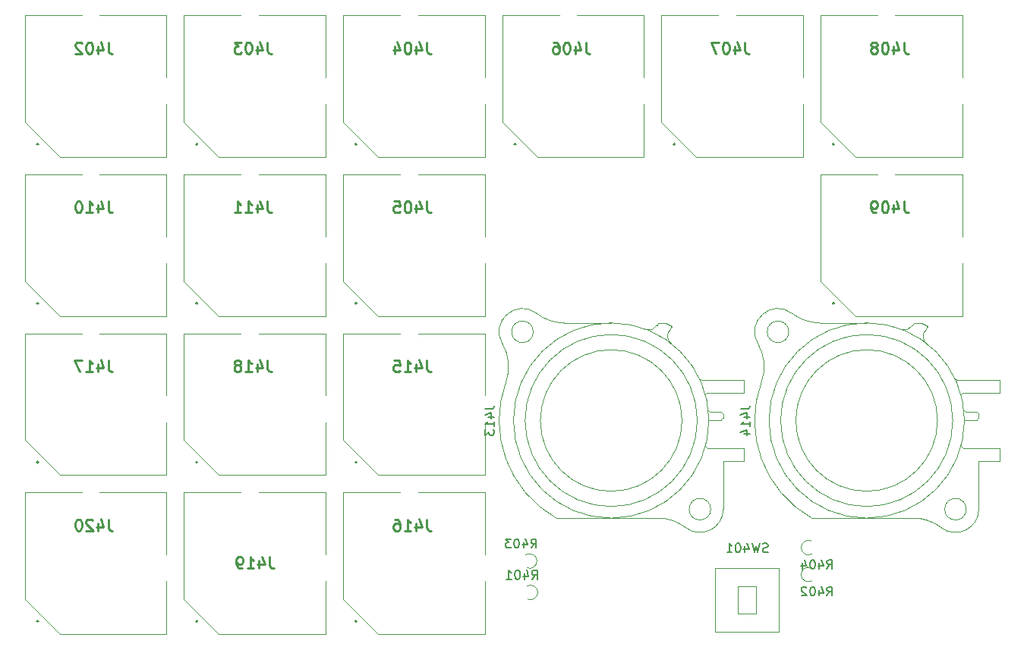
<source format=gbr>
%TF.GenerationSoftware,KiCad,Pcbnew,(6.0.6)*%
%TF.CreationDate,2022-09-20T12:49:51+02:00*%
%TF.ProjectId,Ausgangsstufe,41757367-616e-4677-9373-747566652e6b,rev?*%
%TF.SameCoordinates,Original*%
%TF.FileFunction,Legend,Bot*%
%TF.FilePolarity,Positive*%
%FSLAX46Y46*%
G04 Gerber Fmt 4.6, Leading zero omitted, Abs format (unit mm)*
G04 Created by KiCad (PCBNEW (6.0.6)) date 2022-09-20 12:49:51*
%MOMM*%
%LPD*%
G01*
G04 APERTURE LIST*
%ADD10C,0.150000*%
%ADD11C,0.254000*%
%ADD12C,0.120000*%
%ADD13C,0.100000*%
%ADD14C,0.200000*%
G04 APERTURE END LIST*
D10*
%TO.C,R404*%
X210807547Y-82872380D02*
X211140880Y-82396190D01*
X211378976Y-82872380D02*
X211378976Y-81872380D01*
X210998023Y-81872380D01*
X210902785Y-81920000D01*
X210855166Y-81967619D01*
X210807547Y-82062857D01*
X210807547Y-82205714D01*
X210855166Y-82300952D01*
X210902785Y-82348571D01*
X210998023Y-82396190D01*
X211378976Y-82396190D01*
X209950404Y-82205714D02*
X209950404Y-82872380D01*
X210188500Y-81824761D02*
X210426595Y-82539047D01*
X209807547Y-82539047D01*
X209236119Y-81872380D02*
X209140880Y-81872380D01*
X209045642Y-81920000D01*
X208998023Y-81967619D01*
X208950404Y-82062857D01*
X208902785Y-82253333D01*
X208902785Y-82491428D01*
X208950404Y-82681904D01*
X208998023Y-82777142D01*
X209045642Y-82824761D01*
X209140880Y-82872380D01*
X209236119Y-82872380D01*
X209331357Y-82824761D01*
X209378976Y-82777142D01*
X209426595Y-82681904D01*
X209474214Y-82491428D01*
X209474214Y-82253333D01*
X209426595Y-82062857D01*
X209378976Y-81967619D01*
X209331357Y-81920000D01*
X209236119Y-81872380D01*
X208045642Y-82205714D02*
X208045642Y-82872380D01*
X208283738Y-81824761D02*
X208521833Y-82539047D01*
X207902785Y-82539047D01*
%TO.C,R403*%
X177812547Y-80532380D02*
X178145880Y-80056190D01*
X178383976Y-80532380D02*
X178383976Y-79532380D01*
X178003023Y-79532380D01*
X177907785Y-79580000D01*
X177860166Y-79627619D01*
X177812547Y-79722857D01*
X177812547Y-79865714D01*
X177860166Y-79960952D01*
X177907785Y-80008571D01*
X178003023Y-80056190D01*
X178383976Y-80056190D01*
X176955404Y-79865714D02*
X176955404Y-80532380D01*
X177193500Y-79484761D02*
X177431595Y-80199047D01*
X176812547Y-80199047D01*
X176241119Y-79532380D02*
X176145880Y-79532380D01*
X176050642Y-79580000D01*
X176003023Y-79627619D01*
X175955404Y-79722857D01*
X175907785Y-79913333D01*
X175907785Y-80151428D01*
X175955404Y-80341904D01*
X176003023Y-80437142D01*
X176050642Y-80484761D01*
X176145880Y-80532380D01*
X176241119Y-80532380D01*
X176336357Y-80484761D01*
X176383976Y-80437142D01*
X176431595Y-80341904D01*
X176479214Y-80151428D01*
X176479214Y-79913333D01*
X176431595Y-79722857D01*
X176383976Y-79627619D01*
X176336357Y-79580000D01*
X176241119Y-79532380D01*
X175574452Y-79532380D02*
X174955404Y-79532380D01*
X175288738Y-79913333D01*
X175145880Y-79913333D01*
X175050642Y-79960952D01*
X175003023Y-80008571D01*
X174955404Y-80103809D01*
X174955404Y-80341904D01*
X175003023Y-80437142D01*
X175050642Y-80484761D01*
X175145880Y-80532380D01*
X175431595Y-80532380D01*
X175526833Y-80484761D01*
X175574452Y-80437142D01*
%TO.C,R402*%
X210807547Y-85872380D02*
X211140880Y-85396190D01*
X211378976Y-85872380D02*
X211378976Y-84872380D01*
X210998023Y-84872380D01*
X210902785Y-84920000D01*
X210855166Y-84967619D01*
X210807547Y-85062857D01*
X210807547Y-85205714D01*
X210855166Y-85300952D01*
X210902785Y-85348571D01*
X210998023Y-85396190D01*
X211378976Y-85396190D01*
X209950404Y-85205714D02*
X209950404Y-85872380D01*
X210188500Y-84824761D02*
X210426595Y-85539047D01*
X209807547Y-85539047D01*
X209236119Y-84872380D02*
X209140880Y-84872380D01*
X209045642Y-84920000D01*
X208998023Y-84967619D01*
X208950404Y-85062857D01*
X208902785Y-85253333D01*
X208902785Y-85491428D01*
X208950404Y-85681904D01*
X208998023Y-85777142D01*
X209045642Y-85824761D01*
X209140880Y-85872380D01*
X209236119Y-85872380D01*
X209331357Y-85824761D01*
X209378976Y-85777142D01*
X209426595Y-85681904D01*
X209474214Y-85491428D01*
X209474214Y-85253333D01*
X209426595Y-85062857D01*
X209378976Y-84967619D01*
X209331357Y-84920000D01*
X209236119Y-84872380D01*
X208521833Y-84967619D02*
X208474214Y-84920000D01*
X208378976Y-84872380D01*
X208140880Y-84872380D01*
X208045642Y-84920000D01*
X207998023Y-84967619D01*
X207950404Y-85062857D01*
X207950404Y-85158095D01*
X207998023Y-85300952D01*
X208569452Y-85872380D01*
X207950404Y-85872380D01*
%TO.C,R401*%
X177907547Y-84032380D02*
X178240880Y-83556190D01*
X178478976Y-84032380D02*
X178478976Y-83032380D01*
X178098023Y-83032380D01*
X178002785Y-83080000D01*
X177955166Y-83127619D01*
X177907547Y-83222857D01*
X177907547Y-83365714D01*
X177955166Y-83460952D01*
X178002785Y-83508571D01*
X178098023Y-83556190D01*
X178478976Y-83556190D01*
X177050404Y-83365714D02*
X177050404Y-84032380D01*
X177288500Y-82984761D02*
X177526595Y-83699047D01*
X176907547Y-83699047D01*
X176336119Y-83032380D02*
X176240880Y-83032380D01*
X176145642Y-83080000D01*
X176098023Y-83127619D01*
X176050404Y-83222857D01*
X176002785Y-83413333D01*
X176002785Y-83651428D01*
X176050404Y-83841904D01*
X176098023Y-83937142D01*
X176145642Y-83984761D01*
X176240880Y-84032380D01*
X176336119Y-84032380D01*
X176431357Y-83984761D01*
X176478976Y-83937142D01*
X176526595Y-83841904D01*
X176574214Y-83651428D01*
X176574214Y-83413333D01*
X176526595Y-83222857D01*
X176478976Y-83127619D01*
X176431357Y-83080000D01*
X176336119Y-83032380D01*
X175050404Y-84032380D02*
X175621833Y-84032380D01*
X175336119Y-84032380D02*
X175336119Y-83032380D01*
X175431357Y-83175238D01*
X175526595Y-83270476D01*
X175621833Y-83318095D01*
%TO.C,J414*%
X201190880Y-65024285D02*
X201905166Y-65024285D01*
X202048023Y-64976666D01*
X202143261Y-64881428D01*
X202190880Y-64738571D01*
X202190880Y-64643333D01*
X201524214Y-65929047D02*
X202190880Y-65929047D01*
X201143261Y-65690952D02*
X201857547Y-65452857D01*
X201857547Y-66071904D01*
X202190880Y-66976666D02*
X202190880Y-66405238D01*
X202190880Y-66690952D02*
X201190880Y-66690952D01*
X201333738Y-66595714D01*
X201428976Y-66500476D01*
X201476595Y-66405238D01*
X201524214Y-67833809D02*
X202190880Y-67833809D01*
X201143261Y-67595714D02*
X201857547Y-67357619D01*
X201857547Y-67976666D01*
D11*
%TO.C,J420*%
X130646357Y-77334523D02*
X130646357Y-78241666D01*
X130706833Y-78423095D01*
X130827785Y-78544047D01*
X131009214Y-78604523D01*
X131130166Y-78604523D01*
X129497309Y-77757857D02*
X129497309Y-78604523D01*
X129799690Y-77274047D02*
X130102071Y-78181190D01*
X129315880Y-78181190D01*
X128892547Y-77455476D02*
X128832071Y-77395000D01*
X128711119Y-77334523D01*
X128408738Y-77334523D01*
X128287785Y-77395000D01*
X128227309Y-77455476D01*
X128166833Y-77576428D01*
X128166833Y-77697380D01*
X128227309Y-77878809D01*
X128953023Y-78604523D01*
X128166833Y-78604523D01*
X127380642Y-77334523D02*
X127259690Y-77334523D01*
X127138738Y-77395000D01*
X127078261Y-77455476D01*
X127017785Y-77576428D01*
X126957309Y-77818333D01*
X126957309Y-78120714D01*
X127017785Y-78362619D01*
X127078261Y-78483571D01*
X127138738Y-78544047D01*
X127259690Y-78604523D01*
X127380642Y-78604523D01*
X127501595Y-78544047D01*
X127562071Y-78483571D01*
X127622547Y-78362619D01*
X127683023Y-78120714D01*
X127683023Y-77818333D01*
X127622547Y-77576428D01*
X127562071Y-77455476D01*
X127501595Y-77395000D01*
X127380642Y-77334523D01*
%TO.C,J405*%
X166146357Y-41834523D02*
X166146357Y-42741666D01*
X166206833Y-42923095D01*
X166327785Y-43044047D01*
X166509214Y-43104523D01*
X166630166Y-43104523D01*
X164997309Y-42257857D02*
X164997309Y-43104523D01*
X165299690Y-41774047D02*
X165602071Y-42681190D01*
X164815880Y-42681190D01*
X164090166Y-41834523D02*
X163969214Y-41834523D01*
X163848261Y-41895000D01*
X163787785Y-41955476D01*
X163727309Y-42076428D01*
X163666833Y-42318333D01*
X163666833Y-42620714D01*
X163727309Y-42862619D01*
X163787785Y-42983571D01*
X163848261Y-43044047D01*
X163969214Y-43104523D01*
X164090166Y-43104523D01*
X164211119Y-43044047D01*
X164271595Y-42983571D01*
X164332071Y-42862619D01*
X164392547Y-42620714D01*
X164392547Y-42318333D01*
X164332071Y-42076428D01*
X164271595Y-41955476D01*
X164211119Y-41895000D01*
X164090166Y-41834523D01*
X162517785Y-41834523D02*
X163122547Y-41834523D01*
X163183023Y-42439285D01*
X163122547Y-42378809D01*
X163001595Y-42318333D01*
X162699214Y-42318333D01*
X162578261Y-42378809D01*
X162517785Y-42439285D01*
X162457309Y-42560238D01*
X162457309Y-42862619D01*
X162517785Y-42983571D01*
X162578261Y-43044047D01*
X162699214Y-43104523D01*
X163001595Y-43104523D01*
X163122547Y-43044047D01*
X163183023Y-42983571D01*
%TO.C,J415*%
X166146357Y-59584523D02*
X166146357Y-60491666D01*
X166206833Y-60673095D01*
X166327785Y-60794047D01*
X166509214Y-60854523D01*
X166630166Y-60854523D01*
X164997309Y-60007857D02*
X164997309Y-60854523D01*
X165299690Y-59524047D02*
X165602071Y-60431190D01*
X164815880Y-60431190D01*
X163666833Y-60854523D02*
X164392547Y-60854523D01*
X164029690Y-60854523D02*
X164029690Y-59584523D01*
X164150642Y-59765952D01*
X164271595Y-59886904D01*
X164392547Y-59947380D01*
X162517785Y-59584523D02*
X163122547Y-59584523D01*
X163183023Y-60189285D01*
X163122547Y-60128809D01*
X163001595Y-60068333D01*
X162699214Y-60068333D01*
X162578261Y-60128809D01*
X162517785Y-60189285D01*
X162457309Y-60310238D01*
X162457309Y-60612619D01*
X162517785Y-60733571D01*
X162578261Y-60794047D01*
X162699214Y-60854523D01*
X163001595Y-60854523D01*
X163122547Y-60794047D01*
X163183023Y-60733571D01*
%TO.C,J408*%
X219396357Y-24084523D02*
X219396357Y-24991666D01*
X219456833Y-25173095D01*
X219577785Y-25294047D01*
X219759214Y-25354523D01*
X219880166Y-25354523D01*
X218247309Y-24507857D02*
X218247309Y-25354523D01*
X218549690Y-24024047D02*
X218852071Y-24931190D01*
X218065880Y-24931190D01*
X217340166Y-24084523D02*
X217219214Y-24084523D01*
X217098261Y-24145000D01*
X217037785Y-24205476D01*
X216977309Y-24326428D01*
X216916833Y-24568333D01*
X216916833Y-24870714D01*
X216977309Y-25112619D01*
X217037785Y-25233571D01*
X217098261Y-25294047D01*
X217219214Y-25354523D01*
X217340166Y-25354523D01*
X217461119Y-25294047D01*
X217521595Y-25233571D01*
X217582071Y-25112619D01*
X217642547Y-24870714D01*
X217642547Y-24568333D01*
X217582071Y-24326428D01*
X217521595Y-24205476D01*
X217461119Y-24145000D01*
X217340166Y-24084523D01*
X216191119Y-24628809D02*
X216312071Y-24568333D01*
X216372547Y-24507857D01*
X216433023Y-24386904D01*
X216433023Y-24326428D01*
X216372547Y-24205476D01*
X216312071Y-24145000D01*
X216191119Y-24084523D01*
X215949214Y-24084523D01*
X215828261Y-24145000D01*
X215767785Y-24205476D01*
X215707309Y-24326428D01*
X215707309Y-24386904D01*
X215767785Y-24507857D01*
X215828261Y-24568333D01*
X215949214Y-24628809D01*
X216191119Y-24628809D01*
X216312071Y-24689285D01*
X216372547Y-24749761D01*
X216433023Y-24870714D01*
X216433023Y-25112619D01*
X216372547Y-25233571D01*
X216312071Y-25294047D01*
X216191119Y-25354523D01*
X215949214Y-25354523D01*
X215828261Y-25294047D01*
X215767785Y-25233571D01*
X215707309Y-25112619D01*
X215707309Y-24870714D01*
X215767785Y-24749761D01*
X215828261Y-24689285D01*
X215949214Y-24628809D01*
%TO.C,J417*%
X130646357Y-59584523D02*
X130646357Y-60491666D01*
X130706833Y-60673095D01*
X130827785Y-60794047D01*
X131009214Y-60854523D01*
X131130166Y-60854523D01*
X129497309Y-60007857D02*
X129497309Y-60854523D01*
X129799690Y-59524047D02*
X130102071Y-60431190D01*
X129315880Y-60431190D01*
X128166833Y-60854523D02*
X128892547Y-60854523D01*
X128529690Y-60854523D02*
X128529690Y-59584523D01*
X128650642Y-59765952D01*
X128771595Y-59886904D01*
X128892547Y-59947380D01*
X127743500Y-59584523D02*
X126896833Y-59584523D01*
X127441119Y-60854523D01*
%TO.C,J409*%
X219396357Y-41834523D02*
X219396357Y-42741666D01*
X219456833Y-42923095D01*
X219577785Y-43044047D01*
X219759214Y-43104523D01*
X219880166Y-43104523D01*
X218247309Y-42257857D02*
X218247309Y-43104523D01*
X218549690Y-41774047D02*
X218852071Y-42681190D01*
X218065880Y-42681190D01*
X217340166Y-41834523D02*
X217219214Y-41834523D01*
X217098261Y-41895000D01*
X217037785Y-41955476D01*
X216977309Y-42076428D01*
X216916833Y-42318333D01*
X216916833Y-42620714D01*
X216977309Y-42862619D01*
X217037785Y-42983571D01*
X217098261Y-43044047D01*
X217219214Y-43104523D01*
X217340166Y-43104523D01*
X217461119Y-43044047D01*
X217521595Y-42983571D01*
X217582071Y-42862619D01*
X217642547Y-42620714D01*
X217642547Y-42318333D01*
X217582071Y-42076428D01*
X217521595Y-41955476D01*
X217461119Y-41895000D01*
X217340166Y-41834523D01*
X216312071Y-43104523D02*
X216070166Y-43104523D01*
X215949214Y-43044047D01*
X215888738Y-42983571D01*
X215767785Y-42802142D01*
X215707309Y-42560238D01*
X215707309Y-42076428D01*
X215767785Y-41955476D01*
X215828261Y-41895000D01*
X215949214Y-41834523D01*
X216191119Y-41834523D01*
X216312071Y-41895000D01*
X216372547Y-41955476D01*
X216433023Y-42076428D01*
X216433023Y-42378809D01*
X216372547Y-42499761D01*
X216312071Y-42560238D01*
X216191119Y-42620714D01*
X215949214Y-42620714D01*
X215828261Y-42560238D01*
X215767785Y-42499761D01*
X215707309Y-42378809D01*
%TO.C,J419*%
X148621357Y-81554523D02*
X148621357Y-82461666D01*
X148681833Y-82643095D01*
X148802785Y-82764047D01*
X148984214Y-82824523D01*
X149105166Y-82824523D01*
X147472309Y-81977857D02*
X147472309Y-82824523D01*
X147774690Y-81494047D02*
X148077071Y-82401190D01*
X147290880Y-82401190D01*
X146141833Y-82824523D02*
X146867547Y-82824523D01*
X146504690Y-82824523D02*
X146504690Y-81554523D01*
X146625642Y-81735952D01*
X146746595Y-81856904D01*
X146867547Y-81917380D01*
X145537071Y-82824523D02*
X145295166Y-82824523D01*
X145174214Y-82764047D01*
X145113738Y-82703571D01*
X144992785Y-82522142D01*
X144932309Y-82280238D01*
X144932309Y-81796428D01*
X144992785Y-81675476D01*
X145053261Y-81615000D01*
X145174214Y-81554523D01*
X145416119Y-81554523D01*
X145537071Y-81615000D01*
X145597547Y-81675476D01*
X145658023Y-81796428D01*
X145658023Y-82098809D01*
X145597547Y-82219761D01*
X145537071Y-82280238D01*
X145416119Y-82340714D01*
X145174214Y-82340714D01*
X145053261Y-82280238D01*
X144992785Y-82219761D01*
X144932309Y-82098809D01*
%TO.C,J403*%
X148396357Y-24084523D02*
X148396357Y-24991666D01*
X148456833Y-25173095D01*
X148577785Y-25294047D01*
X148759214Y-25354523D01*
X148880166Y-25354523D01*
X147247309Y-24507857D02*
X147247309Y-25354523D01*
X147549690Y-24024047D02*
X147852071Y-24931190D01*
X147065880Y-24931190D01*
X146340166Y-24084523D02*
X146219214Y-24084523D01*
X146098261Y-24145000D01*
X146037785Y-24205476D01*
X145977309Y-24326428D01*
X145916833Y-24568333D01*
X145916833Y-24870714D01*
X145977309Y-25112619D01*
X146037785Y-25233571D01*
X146098261Y-25294047D01*
X146219214Y-25354523D01*
X146340166Y-25354523D01*
X146461119Y-25294047D01*
X146521595Y-25233571D01*
X146582071Y-25112619D01*
X146642547Y-24870714D01*
X146642547Y-24568333D01*
X146582071Y-24326428D01*
X146521595Y-24205476D01*
X146461119Y-24145000D01*
X146340166Y-24084523D01*
X145493500Y-24084523D02*
X144707309Y-24084523D01*
X145130642Y-24568333D01*
X144949214Y-24568333D01*
X144828261Y-24628809D01*
X144767785Y-24689285D01*
X144707309Y-24810238D01*
X144707309Y-25112619D01*
X144767785Y-25233571D01*
X144828261Y-25294047D01*
X144949214Y-25354523D01*
X145312071Y-25354523D01*
X145433023Y-25294047D01*
X145493500Y-25233571D01*
%TO.C,J404*%
X166146357Y-24084523D02*
X166146357Y-24991666D01*
X166206833Y-25173095D01*
X166327785Y-25294047D01*
X166509214Y-25354523D01*
X166630166Y-25354523D01*
X164997309Y-24507857D02*
X164997309Y-25354523D01*
X165299690Y-24024047D02*
X165602071Y-24931190D01*
X164815880Y-24931190D01*
X164090166Y-24084523D02*
X163969214Y-24084523D01*
X163848261Y-24145000D01*
X163787785Y-24205476D01*
X163727309Y-24326428D01*
X163666833Y-24568333D01*
X163666833Y-24870714D01*
X163727309Y-25112619D01*
X163787785Y-25233571D01*
X163848261Y-25294047D01*
X163969214Y-25354523D01*
X164090166Y-25354523D01*
X164211119Y-25294047D01*
X164271595Y-25233571D01*
X164332071Y-25112619D01*
X164392547Y-24870714D01*
X164392547Y-24568333D01*
X164332071Y-24326428D01*
X164271595Y-24205476D01*
X164211119Y-24145000D01*
X164090166Y-24084523D01*
X162578261Y-24507857D02*
X162578261Y-25354523D01*
X162880642Y-24024047D02*
X163183023Y-24931190D01*
X162396833Y-24931190D01*
%TO.C,J416*%
X166146357Y-77334523D02*
X166146357Y-78241666D01*
X166206833Y-78423095D01*
X166327785Y-78544047D01*
X166509214Y-78604523D01*
X166630166Y-78604523D01*
X164997309Y-77757857D02*
X164997309Y-78604523D01*
X165299690Y-77274047D02*
X165602071Y-78181190D01*
X164815880Y-78181190D01*
X163666833Y-78604523D02*
X164392547Y-78604523D01*
X164029690Y-78604523D02*
X164029690Y-77334523D01*
X164150642Y-77515952D01*
X164271595Y-77636904D01*
X164392547Y-77697380D01*
X162578261Y-77334523D02*
X162820166Y-77334523D01*
X162941119Y-77395000D01*
X163001595Y-77455476D01*
X163122547Y-77636904D01*
X163183023Y-77878809D01*
X163183023Y-78362619D01*
X163122547Y-78483571D01*
X163062071Y-78544047D01*
X162941119Y-78604523D01*
X162699214Y-78604523D01*
X162578261Y-78544047D01*
X162517785Y-78483571D01*
X162457309Y-78362619D01*
X162457309Y-78060238D01*
X162517785Y-77939285D01*
X162578261Y-77878809D01*
X162699214Y-77818333D01*
X162941119Y-77818333D01*
X163062071Y-77878809D01*
X163122547Y-77939285D01*
X163183023Y-78060238D01*
%TO.C,J418*%
X148396357Y-59584523D02*
X148396357Y-60491666D01*
X148456833Y-60673095D01*
X148577785Y-60794047D01*
X148759214Y-60854523D01*
X148880166Y-60854523D01*
X147247309Y-60007857D02*
X147247309Y-60854523D01*
X147549690Y-59524047D02*
X147852071Y-60431190D01*
X147065880Y-60431190D01*
X145916833Y-60854523D02*
X146642547Y-60854523D01*
X146279690Y-60854523D02*
X146279690Y-59584523D01*
X146400642Y-59765952D01*
X146521595Y-59886904D01*
X146642547Y-59947380D01*
X145191119Y-60128809D02*
X145312071Y-60068333D01*
X145372547Y-60007857D01*
X145433023Y-59886904D01*
X145433023Y-59826428D01*
X145372547Y-59705476D01*
X145312071Y-59645000D01*
X145191119Y-59584523D01*
X144949214Y-59584523D01*
X144828261Y-59645000D01*
X144767785Y-59705476D01*
X144707309Y-59826428D01*
X144707309Y-59886904D01*
X144767785Y-60007857D01*
X144828261Y-60068333D01*
X144949214Y-60128809D01*
X145191119Y-60128809D01*
X145312071Y-60189285D01*
X145372547Y-60249761D01*
X145433023Y-60370714D01*
X145433023Y-60612619D01*
X145372547Y-60733571D01*
X145312071Y-60794047D01*
X145191119Y-60854523D01*
X144949214Y-60854523D01*
X144828261Y-60794047D01*
X144767785Y-60733571D01*
X144707309Y-60612619D01*
X144707309Y-60370714D01*
X144767785Y-60249761D01*
X144828261Y-60189285D01*
X144949214Y-60128809D01*
%TO.C,J407*%
X201646357Y-24084523D02*
X201646357Y-24991666D01*
X201706833Y-25173095D01*
X201827785Y-25294047D01*
X202009214Y-25354523D01*
X202130166Y-25354523D01*
X200497309Y-24507857D02*
X200497309Y-25354523D01*
X200799690Y-24024047D02*
X201102071Y-24931190D01*
X200315880Y-24931190D01*
X199590166Y-24084523D02*
X199469214Y-24084523D01*
X199348261Y-24145000D01*
X199287785Y-24205476D01*
X199227309Y-24326428D01*
X199166833Y-24568333D01*
X199166833Y-24870714D01*
X199227309Y-25112619D01*
X199287785Y-25233571D01*
X199348261Y-25294047D01*
X199469214Y-25354523D01*
X199590166Y-25354523D01*
X199711119Y-25294047D01*
X199771595Y-25233571D01*
X199832071Y-25112619D01*
X199892547Y-24870714D01*
X199892547Y-24568333D01*
X199832071Y-24326428D01*
X199771595Y-24205476D01*
X199711119Y-24145000D01*
X199590166Y-24084523D01*
X198743500Y-24084523D02*
X197896833Y-24084523D01*
X198441119Y-25354523D01*
%TO.C,J411*%
X148396357Y-41834523D02*
X148396357Y-42741666D01*
X148456833Y-42923095D01*
X148577785Y-43044047D01*
X148759214Y-43104523D01*
X148880166Y-43104523D01*
X147247309Y-42257857D02*
X147247309Y-43104523D01*
X147549690Y-41774047D02*
X147852071Y-42681190D01*
X147065880Y-42681190D01*
X145916833Y-43104523D02*
X146642547Y-43104523D01*
X146279690Y-43104523D02*
X146279690Y-41834523D01*
X146400642Y-42015952D01*
X146521595Y-42136904D01*
X146642547Y-42197380D01*
X144707309Y-43104523D02*
X145433023Y-43104523D01*
X145070166Y-43104523D02*
X145070166Y-41834523D01*
X145191119Y-42015952D01*
X145312071Y-42136904D01*
X145433023Y-42197380D01*
D10*
%TO.C,SW401*%
X204212214Y-80966761D02*
X204069357Y-81014380D01*
X203831261Y-81014380D01*
X203736023Y-80966761D01*
X203688404Y-80919142D01*
X203640785Y-80823904D01*
X203640785Y-80728666D01*
X203688404Y-80633428D01*
X203736023Y-80585809D01*
X203831261Y-80538190D01*
X204021738Y-80490571D01*
X204116976Y-80442952D01*
X204164595Y-80395333D01*
X204212214Y-80300095D01*
X204212214Y-80204857D01*
X204164595Y-80109619D01*
X204116976Y-80062000D01*
X204021738Y-80014380D01*
X203783642Y-80014380D01*
X203640785Y-80062000D01*
X203307452Y-80014380D02*
X203069357Y-81014380D01*
X202878880Y-80300095D01*
X202688404Y-81014380D01*
X202450309Y-80014380D01*
X201640785Y-80347714D02*
X201640785Y-81014380D01*
X201878880Y-79966761D02*
X202116976Y-80681047D01*
X201497928Y-80681047D01*
X200926500Y-80014380D02*
X200831261Y-80014380D01*
X200736023Y-80062000D01*
X200688404Y-80109619D01*
X200640785Y-80204857D01*
X200593166Y-80395333D01*
X200593166Y-80633428D01*
X200640785Y-80823904D01*
X200688404Y-80919142D01*
X200736023Y-80966761D01*
X200831261Y-81014380D01*
X200926500Y-81014380D01*
X201021738Y-80966761D01*
X201069357Y-80919142D01*
X201116976Y-80823904D01*
X201164595Y-80633428D01*
X201164595Y-80395333D01*
X201116976Y-80204857D01*
X201069357Y-80109619D01*
X201021738Y-80062000D01*
X200926500Y-80014380D01*
X199640785Y-81014380D02*
X200212214Y-81014380D01*
X199926500Y-81014380D02*
X199926500Y-80014380D01*
X200021738Y-80157238D01*
X200116976Y-80252476D01*
X200212214Y-80300095D01*
%TO.C,J413*%
X172690880Y-65024285D02*
X173405166Y-65024285D01*
X173548023Y-64976666D01*
X173643261Y-64881428D01*
X173690880Y-64738571D01*
X173690880Y-64643333D01*
X173024214Y-65929047D02*
X173690880Y-65929047D01*
X172643261Y-65690952D02*
X173357547Y-65452857D01*
X173357547Y-66071904D01*
X173690880Y-66976666D02*
X173690880Y-66405238D01*
X173690880Y-66690952D02*
X172690880Y-66690952D01*
X172833738Y-66595714D01*
X172928976Y-66500476D01*
X172976595Y-66405238D01*
X172690880Y-67310000D02*
X172690880Y-67929047D01*
X173071833Y-67595714D01*
X173071833Y-67738571D01*
X173119452Y-67833809D01*
X173167071Y-67881428D01*
X173262309Y-67929047D01*
X173500404Y-67929047D01*
X173595642Y-67881428D01*
X173643261Y-67833809D01*
X173690880Y-67738571D01*
X173690880Y-67452857D01*
X173643261Y-67357619D01*
X173595642Y-67310000D01*
D11*
%TO.C,J406*%
X183896357Y-24084523D02*
X183896357Y-24991666D01*
X183956833Y-25173095D01*
X184077785Y-25294047D01*
X184259214Y-25354523D01*
X184380166Y-25354523D01*
X182747309Y-24507857D02*
X182747309Y-25354523D01*
X183049690Y-24024047D02*
X183352071Y-24931190D01*
X182565880Y-24931190D01*
X181840166Y-24084523D02*
X181719214Y-24084523D01*
X181598261Y-24145000D01*
X181537785Y-24205476D01*
X181477309Y-24326428D01*
X181416833Y-24568333D01*
X181416833Y-24870714D01*
X181477309Y-25112619D01*
X181537785Y-25233571D01*
X181598261Y-25294047D01*
X181719214Y-25354523D01*
X181840166Y-25354523D01*
X181961119Y-25294047D01*
X182021595Y-25233571D01*
X182082071Y-25112619D01*
X182142547Y-24870714D01*
X182142547Y-24568333D01*
X182082071Y-24326428D01*
X182021595Y-24205476D01*
X181961119Y-24145000D01*
X181840166Y-24084523D01*
X180328261Y-24084523D02*
X180570166Y-24084523D01*
X180691119Y-24145000D01*
X180751595Y-24205476D01*
X180872547Y-24386904D01*
X180933023Y-24628809D01*
X180933023Y-25112619D01*
X180872547Y-25233571D01*
X180812071Y-25294047D01*
X180691119Y-25354523D01*
X180449214Y-25354523D01*
X180328261Y-25294047D01*
X180267785Y-25233571D01*
X180207309Y-25112619D01*
X180207309Y-24810238D01*
X180267785Y-24689285D01*
X180328261Y-24628809D01*
X180449214Y-24568333D01*
X180691119Y-24568333D01*
X180812071Y-24628809D01*
X180872547Y-24689285D01*
X180933023Y-24810238D01*
%TO.C,J402*%
X130646357Y-24084523D02*
X130646357Y-24991666D01*
X130706833Y-25173095D01*
X130827785Y-25294047D01*
X131009214Y-25354523D01*
X131130166Y-25354523D01*
X129497309Y-24507857D02*
X129497309Y-25354523D01*
X129799690Y-24024047D02*
X130102071Y-24931190D01*
X129315880Y-24931190D01*
X128590166Y-24084523D02*
X128469214Y-24084523D01*
X128348261Y-24145000D01*
X128287785Y-24205476D01*
X128227309Y-24326428D01*
X128166833Y-24568333D01*
X128166833Y-24870714D01*
X128227309Y-25112619D01*
X128287785Y-25233571D01*
X128348261Y-25294047D01*
X128469214Y-25354523D01*
X128590166Y-25354523D01*
X128711119Y-25294047D01*
X128771595Y-25233571D01*
X128832071Y-25112619D01*
X128892547Y-24870714D01*
X128892547Y-24568333D01*
X128832071Y-24326428D01*
X128771595Y-24205476D01*
X128711119Y-24145000D01*
X128590166Y-24084523D01*
X127683023Y-24205476D02*
X127622547Y-24145000D01*
X127501595Y-24084523D01*
X127199214Y-24084523D01*
X127078261Y-24145000D01*
X127017785Y-24205476D01*
X126957309Y-24326428D01*
X126957309Y-24447380D01*
X127017785Y-24628809D01*
X127743500Y-25354523D01*
X126957309Y-25354523D01*
%TO.C,J410*%
X130646357Y-41834523D02*
X130646357Y-42741666D01*
X130706833Y-42923095D01*
X130827785Y-43044047D01*
X131009214Y-43104523D01*
X131130166Y-43104523D01*
X129497309Y-42257857D02*
X129497309Y-43104523D01*
X129799690Y-41774047D02*
X130102071Y-42681190D01*
X129315880Y-42681190D01*
X128166833Y-43104523D02*
X128892547Y-43104523D01*
X128529690Y-43104523D02*
X128529690Y-41834523D01*
X128650642Y-42015952D01*
X128771595Y-42136904D01*
X128892547Y-42197380D01*
X127380642Y-41834523D02*
X127259690Y-41834523D01*
X127138738Y-41895000D01*
X127078261Y-41955476D01*
X127017785Y-42076428D01*
X126957309Y-42318333D01*
X126957309Y-42620714D01*
X127017785Y-42862619D01*
X127078261Y-42983571D01*
X127138738Y-43044047D01*
X127259690Y-43104523D01*
X127380642Y-43104523D01*
X127501595Y-43044047D01*
X127562071Y-42983571D01*
X127622547Y-42862619D01*
X127683023Y-42620714D01*
X127683023Y-42318333D01*
X127622547Y-42076428D01*
X127562071Y-41955476D01*
X127501595Y-41895000D01*
X127380642Y-41834523D01*
D12*
%TO.C,R404*%
X209058595Y-79750641D02*
G75*
G03*
X209155633Y-81200000I-320095J-749359D01*
G01*
%TO.C,R403*%
X177323405Y-82749359D02*
G75*
G03*
X177226367Y-81300000I320095J749359D01*
G01*
%TO.C,R402*%
X209058595Y-82750641D02*
G75*
G03*
X209155633Y-84200000I-320095J-749359D01*
G01*
%TO.C,R401*%
X177418405Y-86249359D02*
G75*
G03*
X177321367Y-84800000I320095J749359D01*
G01*
%TO.C,J414*%
X225968500Y-69370000D02*
X225968500Y-69370000D01*
X221658500Y-56410000D02*
X221998500Y-55800000D01*
X220498500Y-55410000D02*
X220348500Y-55680000D01*
X220478500Y-77210000D02*
X209118500Y-77210000D01*
X230038500Y-70870000D02*
X230038500Y-69370000D01*
X225268500Y-61750000D02*
X230038500Y-61750000D01*
X230038500Y-70870000D02*
X227738500Y-70870000D01*
X230038500Y-63250000D02*
X225968500Y-63250000D01*
X227738500Y-70870000D02*
X227738500Y-76210000D01*
X215238500Y-55410000D02*
X209998500Y-55410000D01*
X221358500Y-55410000D02*
X220498500Y-55410000D01*
X227738500Y-66050000D02*
X227738500Y-65570000D01*
X230038500Y-69370000D02*
X225968500Y-69370000D01*
X226138500Y-66250000D02*
X227538500Y-66250000D01*
X226278500Y-65370000D02*
X227538500Y-65370000D01*
X230038500Y-63250000D02*
X230038500Y-61750000D01*
X221998500Y-55800000D02*
X221358500Y-55410000D01*
X221658500Y-56410000D02*
G75*
G03*
X221932332Y-57707798I890001J-490000D01*
G01*
X206920931Y-54353311D02*
G75*
G03*
X209998500Y-55410000I3077567J3953304D01*
G01*
X203504658Y-62001919D02*
G75*
G03*
X203108500Y-57740000I-4706161J1711919D01*
G01*
X226082870Y-65211582D02*
G75*
G03*
X226278500Y-65370000I195631J41584D01*
G01*
X203507763Y-61990950D02*
G75*
G03*
X209118500Y-77210000I11730735J-4319051D01*
G01*
X225968500Y-63250001D02*
G75*
G03*
X225759299Y-63441697I0J-210000D01*
G01*
X225758788Y-69170991D02*
G75*
G03*
X225968500Y-69370000I209712J10991D01*
G01*
X225109364Y-61683636D02*
G75*
G03*
X225268500Y-61750000I149134J133632D01*
G01*
X227738500Y-65570000D02*
G75*
G03*
X227538500Y-65370000I-200001J-1D01*
G01*
X227538500Y-66250000D02*
G75*
G03*
X227738500Y-66050000I-1J200001D01*
G01*
X219189872Y-56150786D02*
G75*
G03*
X220348500Y-55680000I288628J950786D01*
G01*
X206929469Y-54358020D02*
G75*
G03*
X203108500Y-57740000I-1590969J-2051980D01*
G01*
X223543783Y-78262470D02*
G75*
G03*
X220478500Y-77210000I-3065283J-3937530D01*
G01*
X223541358Y-78261619D02*
G75*
G03*
X227738500Y-76210000I1597142J2051619D01*
G01*
X226338500Y-76210000D02*
G75*
G03*
X226338500Y-76210000I-1200000J0D01*
G01*
X206538500Y-56410000D02*
G75*
G03*
X206538500Y-56410000I-1200000J0D01*
G01*
X224838500Y-66310000D02*
G75*
G03*
X224838500Y-66310000I-9600000J0D01*
G01*
X223138500Y-66310000D02*
G75*
G03*
X223138500Y-66310000I-7900000J0D01*
G01*
X226138500Y-66310000D02*
G75*
G03*
X226138500Y-66310000I-10900000J0D01*
G01*
D13*
%TO.C,J420*%
X137138500Y-74350000D02*
X137138500Y-81250000D01*
X129678500Y-74350000D02*
X137138500Y-74350000D01*
X121338500Y-74350000D02*
X127678500Y-74350000D01*
D14*
X122868500Y-88720000D02*
X122868500Y-88720000D01*
X122668500Y-88720000D02*
X122668500Y-88720000D01*
D13*
X137138500Y-90150000D02*
X125238500Y-90150000D01*
X121338500Y-86250000D02*
X121338500Y-74350000D01*
X137138500Y-84250000D02*
X137138500Y-90150000D01*
X125238500Y-90150000D02*
X121338500Y-86250000D01*
D14*
X122868500Y-88720000D02*
G75*
G03*
X122668500Y-88720000I-100000J0D01*
G01*
X122668500Y-88720000D02*
G75*
G03*
X122868500Y-88720000I100000J0D01*
G01*
D13*
%TO.C,J405*%
X172638500Y-38850000D02*
X172638500Y-45750000D01*
D14*
X158368500Y-53220000D02*
X158368500Y-53220000D01*
D13*
X156838500Y-50750000D02*
X156838500Y-38850000D01*
X172638500Y-54650000D02*
X160738500Y-54650000D01*
X160738500Y-54650000D02*
X156838500Y-50750000D01*
X156838500Y-38850000D02*
X163178500Y-38850000D01*
X172638500Y-48750000D02*
X172638500Y-54650000D01*
X165178500Y-38850000D02*
X172638500Y-38850000D01*
D14*
X158168500Y-53220000D02*
X158168500Y-53220000D01*
X158168500Y-53220000D02*
G75*
G03*
X158368500Y-53220000I100000J0D01*
G01*
X158368500Y-53220000D02*
G75*
G03*
X158168500Y-53220000I-100000J0D01*
G01*
%TO.C,J415*%
X158168500Y-70970000D02*
X158168500Y-70970000D01*
X158368500Y-70970000D02*
X158368500Y-70970000D01*
D13*
X172638500Y-66500000D02*
X172638500Y-72400000D01*
X160738500Y-72400000D02*
X156838500Y-68500000D01*
X172638500Y-72400000D02*
X160738500Y-72400000D01*
X165178500Y-56600000D02*
X172638500Y-56600000D01*
X156838500Y-56600000D02*
X163178500Y-56600000D01*
X172638500Y-56600000D02*
X172638500Y-63500000D01*
X156838500Y-68500000D02*
X156838500Y-56600000D01*
D14*
X158168500Y-70970000D02*
G75*
G03*
X158368500Y-70970000I100000J0D01*
G01*
X158368500Y-70970000D02*
G75*
G03*
X158168500Y-70970000I-100000J0D01*
G01*
D13*
%TO.C,J408*%
X213988500Y-36900000D02*
X210088500Y-33000000D01*
X225888500Y-36900000D02*
X213988500Y-36900000D01*
X210088500Y-33000000D02*
X210088500Y-21100000D01*
D14*
X211618500Y-35470000D02*
X211618500Y-35470000D01*
D13*
X210088500Y-21100000D02*
X216428500Y-21100000D01*
X225888500Y-31000000D02*
X225888500Y-36900000D01*
X225888500Y-21100000D02*
X225888500Y-28000000D01*
D14*
X211418500Y-35470000D02*
X211418500Y-35470000D01*
D13*
X218428500Y-21100000D02*
X225888500Y-21100000D01*
D14*
X211418500Y-35470000D02*
G75*
G03*
X211618500Y-35470000I100000J0D01*
G01*
X211618500Y-35470000D02*
G75*
G03*
X211418500Y-35470000I-100000J0D01*
G01*
D13*
%TO.C,J417*%
X121338500Y-56600000D02*
X127678500Y-56600000D01*
X121338500Y-68500000D02*
X121338500Y-56600000D01*
X137138500Y-72400000D02*
X125238500Y-72400000D01*
D14*
X122668500Y-70970000D02*
X122668500Y-70970000D01*
D13*
X137138500Y-56600000D02*
X137138500Y-63500000D01*
D14*
X122868500Y-70970000D02*
X122868500Y-70970000D01*
D13*
X129678500Y-56600000D02*
X137138500Y-56600000D01*
X125238500Y-72400000D02*
X121338500Y-68500000D01*
X137138500Y-66500000D02*
X137138500Y-72400000D01*
D14*
X122668500Y-70970000D02*
G75*
G03*
X122868500Y-70970000I100000J0D01*
G01*
X122868500Y-70970000D02*
G75*
G03*
X122668500Y-70970000I-100000J0D01*
G01*
%TO.C,J409*%
X211618500Y-53220000D02*
X211618500Y-53220000D01*
X211418500Y-53220000D02*
X211418500Y-53220000D01*
D13*
X210088500Y-38850000D02*
X216428500Y-38850000D01*
X213988500Y-54650000D02*
X210088500Y-50750000D01*
X225888500Y-48750000D02*
X225888500Y-54650000D01*
X218428500Y-38850000D02*
X225888500Y-38850000D01*
X210088500Y-50750000D02*
X210088500Y-38850000D01*
X225888500Y-54650000D02*
X213988500Y-54650000D01*
X225888500Y-38850000D02*
X225888500Y-45750000D01*
D14*
X211618500Y-53220000D02*
G75*
G03*
X211418500Y-53220000I-100000J0D01*
G01*
X211418500Y-53220000D02*
G75*
G03*
X211618500Y-53220000I100000J0D01*
G01*
D13*
%TO.C,J419*%
X147428500Y-74350000D02*
X154888500Y-74350000D01*
D14*
X140418500Y-88720000D02*
X140418500Y-88720000D01*
D13*
X154888500Y-74350000D02*
X154888500Y-81250000D01*
X154888500Y-90150000D02*
X142988500Y-90150000D01*
X142988500Y-90150000D02*
X139088500Y-86250000D01*
X139088500Y-74350000D02*
X145428500Y-74350000D01*
X154888500Y-84250000D02*
X154888500Y-90150000D01*
X139088500Y-86250000D02*
X139088500Y-74350000D01*
D14*
X140618500Y-88720000D02*
X140618500Y-88720000D01*
X140418500Y-88720000D02*
G75*
G03*
X140618500Y-88720000I100000J0D01*
G01*
X140618500Y-88720000D02*
G75*
G03*
X140418500Y-88720000I-100000J0D01*
G01*
%TO.C,J403*%
X140418500Y-35470000D02*
X140418500Y-35470000D01*
D13*
X142988500Y-36900000D02*
X139088500Y-33000000D01*
D14*
X140618500Y-35470000D02*
X140618500Y-35470000D01*
D13*
X147428500Y-21100000D02*
X154888500Y-21100000D01*
X154888500Y-31000000D02*
X154888500Y-36900000D01*
X154888500Y-36900000D02*
X142988500Y-36900000D01*
X139088500Y-33000000D02*
X139088500Y-21100000D01*
X139088500Y-21100000D02*
X145428500Y-21100000D01*
X154888500Y-21100000D02*
X154888500Y-28000000D01*
D14*
X140418500Y-35470000D02*
G75*
G03*
X140618500Y-35470000I100000J0D01*
G01*
X140618500Y-35470000D02*
G75*
G03*
X140418500Y-35470000I-100000J0D01*
G01*
D13*
%TO.C,J404*%
X156838500Y-21100000D02*
X163178500Y-21100000D01*
X172638500Y-21100000D02*
X172638500Y-28000000D01*
X172638500Y-31000000D02*
X172638500Y-36900000D01*
D14*
X158368500Y-35470000D02*
X158368500Y-35470000D01*
X158168500Y-35470000D02*
X158168500Y-35470000D01*
D13*
X156838500Y-33000000D02*
X156838500Y-21100000D01*
X160738500Y-36900000D02*
X156838500Y-33000000D01*
X172638500Y-36900000D02*
X160738500Y-36900000D01*
X165178500Y-21100000D02*
X172638500Y-21100000D01*
D14*
X158168500Y-35470000D02*
G75*
G03*
X158368500Y-35470000I100000J0D01*
G01*
X158368500Y-35470000D02*
G75*
G03*
X158168500Y-35470000I-100000J0D01*
G01*
D13*
%TO.C,J416*%
X156838500Y-86250000D02*
X156838500Y-74350000D01*
D14*
X158368500Y-88720000D02*
X158368500Y-88720000D01*
D13*
X172638500Y-84250000D02*
X172638500Y-90150000D01*
X160738500Y-90150000D02*
X156838500Y-86250000D01*
X156838500Y-74350000D02*
X163178500Y-74350000D01*
X172638500Y-90150000D02*
X160738500Y-90150000D01*
X165178500Y-74350000D02*
X172638500Y-74350000D01*
D14*
X158168500Y-88720000D02*
X158168500Y-88720000D01*
D13*
X172638500Y-74350000D02*
X172638500Y-81250000D01*
D14*
X158368500Y-88720000D02*
G75*
G03*
X158168500Y-88720000I-100000J0D01*
G01*
X158168500Y-88720000D02*
G75*
G03*
X158368500Y-88720000I100000J0D01*
G01*
D13*
%TO.C,J418*%
X139088500Y-56600000D02*
X145428500Y-56600000D01*
X139088500Y-68500000D02*
X139088500Y-56600000D01*
X147428500Y-56600000D02*
X154888500Y-56600000D01*
X154888500Y-56600000D02*
X154888500Y-63500000D01*
X154888500Y-72400000D02*
X142988500Y-72400000D01*
D14*
X140618500Y-70970000D02*
X140618500Y-70970000D01*
D13*
X154888500Y-66500000D02*
X154888500Y-72400000D01*
D14*
X140418500Y-70970000D02*
X140418500Y-70970000D01*
D13*
X142988500Y-72400000D02*
X139088500Y-68500000D01*
D14*
X140418500Y-70970000D02*
G75*
G03*
X140618500Y-70970000I100000J0D01*
G01*
X140618500Y-70970000D02*
G75*
G03*
X140418500Y-70970000I-100000J0D01*
G01*
D13*
%TO.C,J407*%
X208138500Y-21100000D02*
X208138500Y-28000000D01*
X196238500Y-36900000D02*
X192338500Y-33000000D01*
X208138500Y-36900000D02*
X196238500Y-36900000D01*
X208138500Y-31000000D02*
X208138500Y-36900000D01*
X192338500Y-21100000D02*
X198678500Y-21100000D01*
D14*
X193868500Y-35470000D02*
X193868500Y-35470000D01*
D13*
X200678500Y-21100000D02*
X208138500Y-21100000D01*
X192338500Y-33000000D02*
X192338500Y-21100000D01*
D14*
X193668500Y-35470000D02*
X193668500Y-35470000D01*
X193668500Y-35470000D02*
G75*
G03*
X193868500Y-35470000I100000J0D01*
G01*
X193868500Y-35470000D02*
G75*
G03*
X193668500Y-35470000I-100000J0D01*
G01*
D13*
%TO.C,J411*%
X154888500Y-38850000D02*
X154888500Y-45750000D01*
X147428500Y-38850000D02*
X154888500Y-38850000D01*
X139088500Y-38850000D02*
X145428500Y-38850000D01*
X142988500Y-54650000D02*
X139088500Y-50750000D01*
X139088500Y-50750000D02*
X139088500Y-38850000D01*
X154888500Y-48750000D02*
X154888500Y-54650000D01*
D14*
X140618500Y-53220000D02*
X140618500Y-53220000D01*
X140418500Y-53220000D02*
X140418500Y-53220000D01*
D13*
X154888500Y-54650000D02*
X142988500Y-54650000D01*
D14*
X140418500Y-53220000D02*
G75*
G03*
X140618500Y-53220000I100000J0D01*
G01*
X140618500Y-53220000D02*
G75*
G03*
X140418500Y-53220000I-100000J0D01*
G01*
D12*
%TO.C,SW401*%
X205442500Y-89916000D02*
X205442500Y-82804000D01*
X204442500Y-82804000D02*
X205442500Y-82804000D01*
X198330500Y-89916000D02*
X198330500Y-82804000D01*
X198390500Y-89916000D02*
X205442500Y-89916000D01*
X202902500Y-84836000D02*
X202902500Y-87884000D01*
X200870500Y-87884000D02*
X202902500Y-87884000D01*
X200870500Y-84836000D02*
X200870500Y-87884000D01*
X205442500Y-83812000D02*
X205442500Y-82812000D01*
X200870500Y-84836000D02*
X202902500Y-84836000D01*
X198330500Y-82804000D02*
X205442500Y-82804000D01*
%TO.C,J413*%
X201538500Y-70870000D02*
X201538500Y-69370000D01*
X201538500Y-63250000D02*
X201538500Y-61750000D01*
X193498500Y-55800000D02*
X192858500Y-55410000D01*
X201538500Y-70870000D02*
X199238500Y-70870000D01*
X192858500Y-55410000D02*
X191998500Y-55410000D01*
X191998500Y-55410000D02*
X191848500Y-55680000D01*
X199238500Y-66050000D02*
X199238500Y-65570000D01*
X186738500Y-55410000D02*
X181498500Y-55410000D01*
X197468500Y-69370000D02*
X197468500Y-69370000D01*
X196768500Y-61750000D02*
X201538500Y-61750000D01*
X199238500Y-70870000D02*
X199238500Y-76210000D01*
X201538500Y-63250000D02*
X197468500Y-63250000D01*
X197638500Y-66250000D02*
X199038500Y-66250000D01*
X191978500Y-77210000D02*
X180618500Y-77210000D01*
X201538500Y-69370000D02*
X197468500Y-69370000D01*
X193158500Y-56410000D02*
X193498500Y-55800000D01*
X197778500Y-65370000D02*
X199038500Y-65370000D01*
X199038500Y-66250000D02*
G75*
G03*
X199238500Y-66050000I-1J200001D01*
G01*
X197582870Y-65211582D02*
G75*
G03*
X197778500Y-65370000I195631J41584D01*
G01*
X196609364Y-61683636D02*
G75*
G03*
X196768500Y-61750000I149134J133632D01*
G01*
X197468500Y-63250001D02*
G75*
G03*
X197259299Y-63441697I0J-210000D01*
G01*
X197258788Y-69170991D02*
G75*
G03*
X197468500Y-69370000I209712J10991D01*
G01*
X199238500Y-65570000D02*
G75*
G03*
X199038500Y-65370000I-200001J-1D01*
G01*
X175004658Y-62001919D02*
G75*
G03*
X174608500Y-57740000I-4706161J1711919D01*
G01*
X178420931Y-54353311D02*
G75*
G03*
X181498500Y-55410000I3077567J3953304D01*
G01*
X195041358Y-78261619D02*
G75*
G03*
X199238500Y-76210000I1597142J2051619D01*
G01*
X193158500Y-56410000D02*
G75*
G03*
X193432332Y-57707798I890001J-490000D01*
G01*
X195043783Y-78262470D02*
G75*
G03*
X191978500Y-77210000I-3065283J-3937530D01*
G01*
X175007763Y-61990950D02*
G75*
G03*
X180618500Y-77210000I11730735J-4319051D01*
G01*
X178429469Y-54358020D02*
G75*
G03*
X174608500Y-57740000I-1590969J-2051980D01*
G01*
X190689872Y-56150786D02*
G75*
G03*
X191848500Y-55680000I288628J950786D01*
G01*
X194638500Y-66310000D02*
G75*
G03*
X194638500Y-66310000I-7900000J0D01*
G01*
X196338500Y-66310000D02*
G75*
G03*
X196338500Y-66310000I-9600000J0D01*
G01*
X197638500Y-66310000D02*
G75*
G03*
X197638500Y-66310000I-10900000J0D01*
G01*
X197838500Y-76210000D02*
G75*
G03*
X197838500Y-76210000I-1200000J0D01*
G01*
X178038500Y-56410000D02*
G75*
G03*
X178038500Y-56410000I-1200000J0D01*
G01*
D13*
%TO.C,J406*%
X190388500Y-31000000D02*
X190388500Y-36900000D01*
D14*
X175918500Y-35470000D02*
X175918500Y-35470000D01*
D13*
X174588500Y-21100000D02*
X180928500Y-21100000D01*
X190388500Y-21100000D02*
X190388500Y-28000000D01*
X182928500Y-21100000D02*
X190388500Y-21100000D01*
X190388500Y-36900000D02*
X178488500Y-36900000D01*
X174588500Y-33000000D02*
X174588500Y-21100000D01*
X178488500Y-36900000D02*
X174588500Y-33000000D01*
D14*
X176118500Y-35470000D02*
X176118500Y-35470000D01*
X175918500Y-35470000D02*
G75*
G03*
X176118500Y-35470000I100000J0D01*
G01*
X176118500Y-35470000D02*
G75*
G03*
X175918500Y-35470000I-100000J0D01*
G01*
%TO.C,J402*%
X122868500Y-35470000D02*
X122868500Y-35470000D01*
D13*
X137138500Y-36900000D02*
X125238500Y-36900000D01*
X129678500Y-21100000D02*
X137138500Y-21100000D01*
X125238500Y-36900000D02*
X121338500Y-33000000D01*
X137138500Y-31000000D02*
X137138500Y-36900000D01*
X137138500Y-21100000D02*
X137138500Y-28000000D01*
D14*
X122668500Y-35470000D02*
X122668500Y-35470000D01*
D13*
X121338500Y-21100000D02*
X127678500Y-21100000D01*
X121338500Y-33000000D02*
X121338500Y-21100000D01*
D14*
X122668500Y-35470000D02*
G75*
G03*
X122868500Y-35470000I100000J0D01*
G01*
X122868500Y-35470000D02*
G75*
G03*
X122668500Y-35470000I-100000J0D01*
G01*
D13*
%TO.C,J410*%
X137138500Y-38850000D02*
X137138500Y-45750000D01*
D14*
X122668500Y-53220000D02*
X122668500Y-53220000D01*
D13*
X121338500Y-50750000D02*
X121338500Y-38850000D01*
X121338500Y-38850000D02*
X127678500Y-38850000D01*
X129678500Y-38850000D02*
X137138500Y-38850000D01*
X137138500Y-48750000D02*
X137138500Y-54650000D01*
D14*
X122868500Y-53220000D02*
X122868500Y-53220000D01*
D13*
X125238500Y-54650000D02*
X121338500Y-50750000D01*
X137138500Y-54650000D02*
X125238500Y-54650000D01*
D14*
X122668500Y-53220000D02*
G75*
G03*
X122868500Y-53220000I100000J0D01*
G01*
X122868500Y-53220000D02*
G75*
G03*
X122668500Y-53220000I-100000J0D01*
G01*
%TD*%
M02*

</source>
